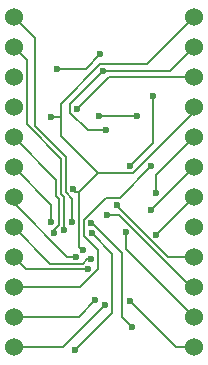
<source format=gbr>
%TF.GenerationSoftware,KiCad,Pcbnew,(5.1.9)-1*%
%TF.CreationDate,2021-03-22T03:11:48+09:00*%
%TF.ProjectId,yuiopPM,7975696f-7050-44d2-9e6b-696361645f70,1*%
%TF.SameCoordinates,Original*%
%TF.FileFunction,Copper,L2,Bot*%
%TF.FilePolarity,Positive*%
%FSLAX46Y46*%
G04 Gerber Fmt 4.6, Leading zero omitted, Abs format (unit mm)*
G04 Created by KiCad (PCBNEW (5.1.9)-1) date 2021-03-22 03:11:48*
%MOMM*%
%LPD*%
G01*
G04 APERTURE LIST*
%TA.AperFunction,ComponentPad*%
%ADD10C,1.524000*%
%TD*%
%TA.AperFunction,ViaPad*%
%ADD11C,0.600000*%
%TD*%
%TA.AperFunction,Conductor*%
%ADD12C,0.200000*%
%TD*%
G04 APERTURE END LIST*
D10*
%TO.P,J3,12*%
%TO.N,/D10*%
X154940000Y-124460000D03*
%TO.P,J3,11*%
%TO.N,/MOSI*%
X154940000Y-121920000D03*
%TO.P,J3,10*%
%TO.N,/MISO*%
X154940000Y-119380000D03*
%TO.P,J3,9*%
%TO.N,/SCK*%
X154940000Y-116840000D03*
%TO.P,J3,8*%
%TO.N,/A0*%
X154940000Y-114300000D03*
%TO.P,J3,7*%
%TO.N,/A1*%
X154940000Y-111760000D03*
%TO.P,J3,6*%
%TO.N,/A2*%
X154940000Y-109220000D03*
%TO.P,J3,5*%
%TO.N,/A3*%
X154940000Y-106680000D03*
%TO.P,J3,4*%
%TO.N,/AVCC*%
X154940000Y-104140000D03*
%TO.P,J3,3*%
%TO.N,/RESET*%
X154940000Y-101600000D03*
%TO.P,J3,2*%
%TO.N,/GND*%
X154940000Y-99060000D03*
%TO.P,J3,1*%
%TO.N,/AVCC*%
X154940000Y-96520000D03*
%TD*%
%TO.P,J2,12*%
%TO.N,/D9*%
X139700000Y-124460000D03*
%TO.P,J2,11*%
%TO.N,/D8*%
X139700000Y-121920000D03*
%TO.P,J2,10*%
%TO.N,/D7*%
X139700000Y-119380000D03*
%TO.P,J2,9*%
%TO.N,/D6*%
X139700000Y-116840000D03*
%TO.P,J2,8*%
%TO.N,/D5*%
X139700000Y-114300000D03*
%TO.P,J2,7*%
%TO.N,/D4*%
X139700000Y-111760000D03*
%TO.P,J2,6*%
%TO.N,/D3_SCL*%
X139700000Y-109220000D03*
%TO.P,J2,5*%
%TO.N,/D2_SDA*%
X139700000Y-106680000D03*
%TO.P,J2,4*%
%TO.N,/GND*%
X139700000Y-104140000D03*
%TO.P,J2,3*%
X139700000Y-101600000D03*
%TO.P,J2,2*%
%TO.N,/RXI*%
X139700000Y-99060000D03*
%TO.P,J2,1*%
%TO.N,/TXO*%
X139700000Y-96520000D03*
%TD*%
D11*
%TO.N,/GND*%
X147228900Y-101086500D03*
X147468500Y-106058400D03*
%TO.N,Net-(C1-Pad1)*%
X146233600Y-113957400D03*
X149733900Y-122782500D03*
%TO.N,Net-(C2-Pad1)*%
X146327000Y-114809200D03*
X144906400Y-124706600D03*
%TO.N,/AVCC*%
X144686900Y-111099000D03*
X142856100Y-104946500D03*
X145511800Y-116232800D03*
%TO.N,Net-(C8-Pad2)*%
X146868200Y-104893200D03*
X150108700Y-104909700D03*
%TO.N,Net-(J1-Pad3)*%
X147008300Y-99667700D03*
X143369300Y-100907400D03*
%TO.N,/D9*%
X147442100Y-120889400D03*
%TO.N,/D8*%
X146594200Y-120494500D03*
%TO.N,/D7*%
X151320000Y-109105100D03*
%TO.N,/D6*%
X145956100Y-117842200D03*
%TO.N,/D5*%
X146222800Y-117003400D03*
%TO.N,/D4*%
X144920000Y-116773000D03*
%TO.N,/D3_SCL*%
X142876800Y-113871400D03*
%TO.N,/D2_SDA*%
X143079200Y-114800900D03*
%TO.N,/RXI*%
X143930200Y-114521700D03*
%TO.N,/TXO*%
X144617500Y-113871400D03*
%TO.N,/D10*%
X149484700Y-120501900D03*
%TO.N,/MOSI*%
X149162000Y-114689300D03*
%TO.N,/MISO*%
X147571400Y-113217300D03*
%TO.N,/SCK*%
X148451000Y-112398900D03*
%TO.N,/A1*%
X151757000Y-114943000D03*
%TO.N,/A2*%
X151334900Y-112825100D03*
%TO.N,/A3*%
X151766200Y-111379400D03*
%TO.N,/RESET*%
X145071700Y-104310200D03*
%TO.N,/D-*%
X149512200Y-109096100D03*
X151475900Y-103223000D03*
%TD*%
D12*
%TO.N,/GND*%
X147228900Y-101086500D02*
X152913500Y-101086500D01*
X152913500Y-101086500D02*
X154940000Y-99060000D01*
X147468500Y-106058400D02*
X145929600Y-106058400D01*
X145929600Y-106058400D02*
X144453400Y-104582200D01*
X144453400Y-104582200D02*
X144453400Y-103862000D01*
X144453400Y-103862000D02*
X147228900Y-101086500D01*
%TO.N,Net-(C1-Pad1)*%
X149733900Y-122782500D02*
X148842800Y-121891400D01*
X148842800Y-121891400D02*
X148842800Y-116470300D01*
X148842800Y-116470300D02*
X146329900Y-113957400D01*
X146329900Y-113957400D02*
X146233600Y-113957400D01*
%TO.N,Net-(C2-Pad1)*%
X144906400Y-124706600D02*
X148042400Y-121570600D01*
X148042400Y-121570600D02*
X148042400Y-116524600D01*
X148042400Y-116524600D02*
X146327000Y-114809200D01*
%TO.N,/AVCC*%
X145222000Y-111313200D02*
X146795300Y-109739900D01*
X145511800Y-116232800D02*
X145222000Y-115943000D01*
X145222000Y-115943000D02*
X145222000Y-111313200D01*
X145222000Y-111313200D02*
X144901100Y-111313200D01*
X144901100Y-111313200D02*
X144686900Y-111099000D01*
X146795300Y-109739900D02*
X149755900Y-109739900D01*
X149755900Y-109739900D02*
X154940000Y-104555800D01*
X154940000Y-104555800D02*
X154940000Y-104140000D01*
X143645200Y-104946500D02*
X143645200Y-106589800D01*
X143645200Y-106589800D02*
X146795300Y-109739900D01*
X143645200Y-104946500D02*
X143645200Y-103821300D01*
X143645200Y-103821300D02*
X146980300Y-100486200D01*
X146980300Y-100486200D02*
X150973800Y-100486200D01*
X150973800Y-100486200D02*
X154940000Y-96520000D01*
X142856100Y-104946500D02*
X143645200Y-104946500D01*
%TO.N,Net-(C8-Pad2)*%
X146868200Y-104893200D02*
X150092200Y-104893200D01*
X150092200Y-104893200D02*
X150108700Y-104909700D01*
%TO.N,Net-(J1-Pad3)*%
X147008300Y-99667700D02*
X145768600Y-100907400D01*
X145768600Y-100907400D02*
X143369300Y-100907400D01*
%TO.N,/D9*%
X139700000Y-124460000D02*
X143871500Y-124460000D01*
X143871500Y-124460000D02*
X147442100Y-120889400D01*
%TO.N,/D8*%
X139700000Y-121920000D02*
X145168700Y-121920000D01*
X145168700Y-121920000D02*
X146594200Y-120494500D01*
%TO.N,/D7*%
X139700000Y-119380000D02*
X145299900Y-119380000D01*
X145299900Y-119380000D02*
X146853100Y-117826800D01*
X146853100Y-117826800D02*
X146853100Y-116223500D01*
X146853100Y-116223500D02*
X145627800Y-114998200D01*
X145627800Y-114998200D02*
X145627800Y-113648600D01*
X145627800Y-113648600D02*
X147495200Y-111781200D01*
X147495200Y-111781200D02*
X148643900Y-111781200D01*
X148643900Y-111781200D02*
X151320000Y-109105100D01*
%TO.N,/D6*%
X139700000Y-116840000D02*
X140702200Y-117842200D01*
X140702200Y-117842200D02*
X145956100Y-117842200D01*
%TO.N,/D5*%
X139700000Y-114300000D02*
X142773400Y-117373400D01*
X142773400Y-117373400D02*
X145511300Y-117373400D01*
X145511300Y-117373400D02*
X145881300Y-117003400D01*
X145881300Y-117003400D02*
X146222800Y-117003400D01*
%TO.N,/D4*%
X144920000Y-116773000D02*
X144199500Y-116773000D01*
X144199500Y-116773000D02*
X139700000Y-112273500D01*
X139700000Y-112273500D02*
X139700000Y-111760000D01*
%TO.N,/D3_SCL*%
X139700000Y-109220000D02*
X142876800Y-112396800D01*
X142876800Y-112396800D02*
X142876800Y-113871400D01*
%TO.N,/D2_SDA*%
X139700000Y-106680000D02*
X143286000Y-110266000D01*
X143286000Y-110266000D02*
X143286000Y-111679200D01*
X143286000Y-111679200D02*
X143481000Y-111874200D01*
X143481000Y-111874200D02*
X143481000Y-114122000D01*
X143481000Y-114122000D02*
X143079300Y-114523700D01*
X143079300Y-114523700D02*
X143079300Y-114800900D01*
X143079300Y-114800900D02*
X143079200Y-114800900D01*
%TO.N,/RXI*%
X139700000Y-99060000D02*
X140762400Y-100122400D01*
X140762400Y-100122400D02*
X140762400Y-105587000D01*
X140762400Y-105587000D02*
X143686300Y-108510900D01*
X143686300Y-108510900D02*
X143686300Y-111513400D01*
X143686300Y-111513400D02*
X143930200Y-111757300D01*
X143930200Y-111757300D02*
X143930200Y-114521700D01*
%TO.N,/TXO*%
X139700000Y-96520000D02*
X141469500Y-98289500D01*
X141469500Y-98289500D02*
X141469600Y-98289500D01*
X141469600Y-98289500D02*
X141469600Y-105728000D01*
X141469600Y-105728000D02*
X144086600Y-108345000D01*
X144086600Y-108345000D02*
X144086600Y-111347600D01*
X144086600Y-111347600D02*
X144617500Y-111878500D01*
X144617500Y-111878500D02*
X144617500Y-113871400D01*
%TO.N,/D10*%
X154940000Y-124460000D02*
X153442800Y-124460000D01*
X153442800Y-124460000D02*
X149484700Y-120501900D01*
%TO.N,/MOSI*%
X154940000Y-121920000D02*
X149162000Y-116142000D01*
X149162000Y-116142000D02*
X149162000Y-114689300D01*
%TO.N,/MISO*%
X154940000Y-119380000D02*
X154727500Y-119380000D01*
X154727500Y-119380000D02*
X148564800Y-113217300D01*
X148564800Y-113217300D02*
X147571400Y-113217300D01*
%TO.N,/SCK*%
X154940000Y-116840000D02*
X152779300Y-116840000D01*
X152779300Y-116840000D02*
X148451000Y-112511700D01*
X148451000Y-112511700D02*
X148451000Y-112398900D01*
%TO.N,/A1*%
X154940000Y-111760000D02*
X151757000Y-114943000D01*
%TO.N,/A2*%
X154940000Y-109220000D02*
X151334900Y-112825100D01*
%TO.N,/A3*%
X154940000Y-106680000D02*
X151766200Y-109853800D01*
X151766200Y-109853800D02*
X151766200Y-111379400D01*
%TO.N,/RESET*%
X154940000Y-101600000D02*
X147781900Y-101600000D01*
X147781900Y-101600000D02*
X145071700Y-104310200D01*
%TO.N,/D-*%
X149512200Y-109096100D02*
X151475900Y-107132400D01*
X151475900Y-107132400D02*
X151475900Y-103223000D01*
%TD*%
M02*

</source>
